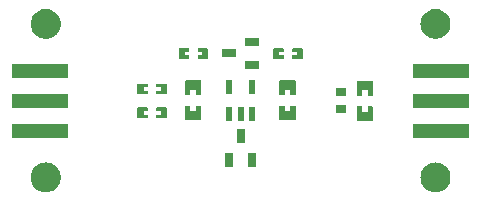
<source format=gtp>
G04 Layer: TopPasteMaskLayer*
G04 EasyEDA v6.5.42, 2024-03-17 15:56:58*
G04 633bbcd927b44838993661e05d2ec2ea,9a5be75d700b4a6385dc1106f27949ae,10*
G04 Gerber Generator version 0.2*
G04 Scale: 100 percent, Rotated: No, Reflected: No *
G04 Dimensions in millimeters *
G04 leading zeros omitted , absolute positions ,4 integer and 5 decimal *
%FSLAX45Y45*%
%MOMM*%

%ADD10R,0.9000X0.8000*%
%ADD11R,0.7000X1.2500*%
%ADD12R,1.2500X0.7000*%
%ADD13R,0.4900X1.1570*%
%ADD14R,0.4900X1.1750*%
%ADD15R,4.8000X1.2000*%

%LPD*%
G36*
X2988005Y-832510D02*
G01*
X2982976Y-837488D01*
X2982976Y-952500D01*
X2988005Y-957478D01*
X3030016Y-957021D01*
X3030016Y-912977D01*
X3074974Y-912977D01*
X3074974Y-957986D01*
X3115970Y-957478D01*
X3120999Y-952500D01*
X3120999Y-837488D01*
X3115970Y-832510D01*
G37*
G36*
X2988005Y-1047496D02*
G01*
X2982976Y-1052474D01*
X2982976Y-1167485D01*
X2988005Y-1172514D01*
X3115970Y-1172514D01*
X3120999Y-1167485D01*
X3120999Y-1052474D01*
X3115970Y-1047496D01*
X3074974Y-1048003D01*
X3074974Y-1091996D01*
X3030016Y-1091996D01*
X3030016Y-1047496D01*
G37*
G36*
X1575003Y-1042009D02*
G01*
X1534007Y-1042517D01*
X1528978Y-1047496D01*
X1528978Y-1162507D01*
X1534007Y-1167485D01*
X1661972Y-1167485D01*
X1667002Y-1162507D01*
X1667002Y-1047496D01*
X1661972Y-1042517D01*
X1620012Y-1042974D01*
X1620012Y-1087018D01*
X1575003Y-1087018D01*
G37*
G36*
X1534007Y-827481D02*
G01*
X1528978Y-832510D01*
X1528978Y-947521D01*
X1534007Y-952500D01*
X1575003Y-951992D01*
X1575003Y-907999D01*
X1620012Y-907999D01*
X1620012Y-952500D01*
X1661972Y-952500D01*
X1667002Y-947521D01*
X1667002Y-832510D01*
X1661972Y-827481D01*
G37*
G36*
X2375001Y-1042009D02*
G01*
X2334006Y-1042517D01*
X2328976Y-1047496D01*
X2328976Y-1162507D01*
X2334006Y-1167485D01*
X2461971Y-1167485D01*
X2467000Y-1162507D01*
X2467000Y-1047496D01*
X2461971Y-1042517D01*
X2420010Y-1042974D01*
X2420010Y-1087018D01*
X2375001Y-1087018D01*
G37*
G36*
X2334006Y-827481D02*
G01*
X2328976Y-832510D01*
X2328976Y-947521D01*
X2334006Y-952500D01*
X2375001Y-951992D01*
X2375001Y-907999D01*
X2420010Y-907999D01*
X2420010Y-952500D01*
X2461971Y-952500D01*
X2467000Y-947521D01*
X2467000Y-832510D01*
X2461971Y-827481D01*
G37*
G36*
X1130503Y-1055014D02*
G01*
X1125524Y-1060043D01*
X1125524Y-1140002D01*
X1130503Y-1145032D01*
X1210513Y-1145032D01*
X1215491Y-1140002D01*
X1215491Y-1117244D01*
X1178509Y-1117244D01*
X1178509Y-1084224D01*
X1215491Y-1084224D01*
X1215491Y-1060043D01*
X1210513Y-1055014D01*
G37*
G36*
X1290523Y-1055014D02*
G01*
X1285494Y-1060043D01*
X1285494Y-1084224D01*
X1323492Y-1084224D01*
X1323492Y-1117244D01*
X1285494Y-1117244D01*
X1285494Y-1140002D01*
X1290523Y-1145032D01*
X1369517Y-1145032D01*
X1374495Y-1140002D01*
X1374495Y-1060043D01*
X1369517Y-1055014D01*
G37*
G36*
X1130503Y-855014D02*
G01*
X1125524Y-860044D01*
X1125524Y-940003D01*
X1130503Y-945032D01*
X1210513Y-945032D01*
X1215491Y-940003D01*
X1215491Y-917244D01*
X1178509Y-917244D01*
X1178509Y-884224D01*
X1215491Y-884224D01*
X1215491Y-860044D01*
X1210513Y-855014D01*
G37*
G36*
X1290523Y-855014D02*
G01*
X1285494Y-860044D01*
X1285494Y-884224D01*
X1323492Y-884224D01*
X1323492Y-917244D01*
X1285494Y-917244D01*
X1285494Y-940003D01*
X1290523Y-945032D01*
X1369517Y-945032D01*
X1374495Y-940003D01*
X1374495Y-860044D01*
X1369517Y-855014D01*
G37*
G36*
X1480515Y-554990D02*
G01*
X1475486Y-560019D01*
X1475486Y-639978D01*
X1480515Y-645007D01*
X1560474Y-645007D01*
X1565503Y-639978D01*
X1565503Y-617220D01*
X1528521Y-617220D01*
X1528521Y-584200D01*
X1565503Y-584200D01*
X1565503Y-560019D01*
X1560474Y-554990D01*
G37*
G36*
X1640484Y-554990D02*
G01*
X1635506Y-560019D01*
X1635506Y-584200D01*
X1673504Y-584200D01*
X1673504Y-617220D01*
X1635506Y-617220D01*
X1635506Y-639978D01*
X1640484Y-645007D01*
X1719478Y-645007D01*
X1724507Y-639978D01*
X1724507Y-560019D01*
X1719478Y-554990D01*
G37*
G36*
X2280513Y-554990D02*
G01*
X2275484Y-560019D01*
X2275484Y-639978D01*
X2280513Y-645007D01*
X2360472Y-645007D01*
X2365502Y-639978D01*
X2365502Y-617220D01*
X2328468Y-617220D01*
X2328468Y-584200D01*
X2365502Y-584200D01*
X2365502Y-560019D01*
X2360472Y-554990D01*
G37*
G36*
X2440482Y-554990D02*
G01*
X2435504Y-560019D01*
X2435504Y-584200D01*
X2473502Y-584200D01*
X2473502Y-617220D01*
X2435504Y-617220D01*
X2435504Y-639978D01*
X2440482Y-645007D01*
X2519476Y-645007D01*
X2524506Y-639978D01*
X2524506Y-560019D01*
X2519476Y-554990D01*
G37*
D10*
G01*
X2850006Y-1070000D03*
G01*
X2850006Y-929995D03*
G36*
X223012Y-1650009D02*
G01*
X223926Y-1634693D01*
X226695Y-1619605D01*
X231267Y-1604975D01*
X237566Y-1590979D01*
X245490Y-1577873D01*
X254939Y-1565782D01*
X265785Y-1554937D01*
X277876Y-1545488D01*
X290982Y-1537563D01*
X304977Y-1531264D01*
X319608Y-1526692D01*
X334695Y-1523923D01*
X350012Y-1523009D01*
X365328Y-1523923D01*
X380415Y-1526692D01*
X395046Y-1531264D01*
X409041Y-1537563D01*
X422147Y-1545488D01*
X434238Y-1554937D01*
X445084Y-1565782D01*
X454532Y-1577873D01*
X462457Y-1590979D01*
X468756Y-1604975D01*
X473329Y-1619605D01*
X476097Y-1634693D01*
X477012Y-1650009D01*
X476097Y-1665325D01*
X473329Y-1680413D01*
X468756Y-1695043D01*
X462457Y-1709038D01*
X454532Y-1722145D01*
X445084Y-1734235D01*
X434238Y-1745081D01*
X422147Y-1754530D01*
X409041Y-1762455D01*
X395046Y-1768754D01*
X380415Y-1773326D01*
X365328Y-1776095D01*
X350012Y-1777009D01*
X334695Y-1776095D01*
X319608Y-1773326D01*
X304977Y-1768754D01*
X290982Y-1762455D01*
X277876Y-1754530D01*
X265785Y-1745081D01*
X254939Y-1734235D01*
X245490Y-1722145D01*
X237566Y-1709038D01*
X231267Y-1695043D01*
X226695Y-1680413D01*
X223926Y-1665325D01*
X223012Y-1650009D01*
G37*
G36*
X3523005Y-1650009D02*
G01*
X3523919Y-1634693D01*
X3526688Y-1619605D01*
X3531234Y-1604975D01*
X3537559Y-1590979D01*
X3545484Y-1577873D01*
X3554933Y-1565782D01*
X3565779Y-1554937D01*
X3577869Y-1545488D01*
X3590975Y-1537563D01*
X3604971Y-1531264D01*
X3619601Y-1526692D01*
X3634689Y-1523923D01*
X3650005Y-1523009D01*
X3665321Y-1523923D01*
X3680409Y-1526692D01*
X3695039Y-1531264D01*
X3709034Y-1537563D01*
X3722141Y-1545488D01*
X3734206Y-1554937D01*
X3745077Y-1565782D01*
X3754500Y-1577873D01*
X3762425Y-1590979D01*
X3768750Y-1604975D01*
X3773322Y-1619605D01*
X3776090Y-1634693D01*
X3777005Y-1650009D01*
X3776090Y-1665325D01*
X3773322Y-1680413D01*
X3768750Y-1695043D01*
X3762425Y-1709038D01*
X3754500Y-1722145D01*
X3745077Y-1734235D01*
X3734206Y-1745081D01*
X3722141Y-1754530D01*
X3709034Y-1762455D01*
X3695039Y-1768754D01*
X3680409Y-1773326D01*
X3665321Y-1776095D01*
X3650005Y-1777009D01*
X3634689Y-1776095D01*
X3619601Y-1773326D01*
X3604971Y-1768754D01*
X3590975Y-1762455D01*
X3577869Y-1754530D01*
X3565779Y-1745081D01*
X3554933Y-1734235D01*
X3545484Y-1722145D01*
X3537559Y-1709038D01*
X3531234Y-1695043D01*
X3526688Y-1680413D01*
X3523919Y-1665325D01*
X3523005Y-1650009D01*
G37*
G36*
X223012Y-350012D02*
G01*
X223926Y-334695D01*
X226695Y-319608D01*
X231267Y-304977D01*
X237566Y-290982D01*
X245490Y-277876D01*
X254939Y-265785D01*
X265785Y-254939D01*
X277876Y-245490D01*
X290982Y-237566D01*
X304977Y-231267D01*
X319608Y-226695D01*
X334695Y-223926D01*
X350012Y-223012D01*
X365328Y-223926D01*
X380415Y-226695D01*
X395046Y-231267D01*
X409041Y-237566D01*
X422147Y-245490D01*
X434238Y-254939D01*
X445084Y-265785D01*
X454532Y-277876D01*
X462457Y-290982D01*
X468756Y-304977D01*
X473329Y-319608D01*
X476097Y-334695D01*
X477012Y-350012D01*
X476097Y-365328D01*
X473329Y-380415D01*
X468756Y-395046D01*
X462457Y-409041D01*
X454532Y-422147D01*
X445084Y-434238D01*
X434238Y-445084D01*
X422147Y-454532D01*
X409041Y-462457D01*
X395046Y-468756D01*
X380415Y-473329D01*
X365328Y-476097D01*
X350012Y-477012D01*
X334695Y-476097D01*
X319608Y-473329D01*
X304977Y-468756D01*
X290982Y-462457D01*
X277876Y-454532D01*
X265785Y-445084D01*
X254939Y-434238D01*
X245490Y-422147D01*
X237566Y-409041D01*
X231267Y-395046D01*
X226695Y-380415D01*
X223926Y-365328D01*
X223012Y-350012D01*
G37*
G36*
X3523005Y-350012D02*
G01*
X3523919Y-334695D01*
X3526688Y-319608D01*
X3531234Y-304977D01*
X3537559Y-290982D01*
X3545484Y-277876D01*
X3554933Y-265785D01*
X3565779Y-254939D01*
X3577869Y-245490D01*
X3590975Y-237566D01*
X3604971Y-231267D01*
X3619601Y-226695D01*
X3634689Y-223926D01*
X3650005Y-223012D01*
X3665321Y-223926D01*
X3680409Y-226695D01*
X3695039Y-231267D01*
X3709034Y-237566D01*
X3722141Y-245490D01*
X3734206Y-254939D01*
X3745077Y-265785D01*
X3754500Y-277876D01*
X3762425Y-290982D01*
X3768750Y-304977D01*
X3773322Y-319608D01*
X3776090Y-334695D01*
X3777005Y-350012D01*
X3776090Y-365328D01*
X3773322Y-380415D01*
X3768750Y-395046D01*
X3762425Y-409041D01*
X3754500Y-422147D01*
X3745077Y-434238D01*
X3734206Y-445084D01*
X3722141Y-454532D01*
X3709034Y-462457D01*
X3695039Y-468756D01*
X3680409Y-473329D01*
X3665321Y-476097D01*
X3650005Y-477012D01*
X3634689Y-476097D01*
X3619601Y-473329D01*
X3604971Y-468756D01*
X3590975Y-462457D01*
X3577869Y-454532D01*
X3565779Y-445084D01*
X3554933Y-434238D01*
X3545484Y-422147D01*
X3537559Y-409041D01*
X3531234Y-395046D01*
X3526688Y-380415D01*
X3523919Y-365328D01*
X3523005Y-350012D01*
G37*
D11*
G01*
X1905000Y-1499996D03*
G01*
X2094991Y-1499996D03*
G01*
X1999995Y-1299997D03*
D12*
G01*
X2099995Y-694994D03*
G01*
X2099995Y-505002D03*
G01*
X1899996Y-599998D03*
D13*
G01*
X1905000Y-1115364D03*
G01*
X1999995Y-1115364D03*
G01*
X2094991Y-1115364D03*
D14*
G01*
X2094991Y-884631D03*
G01*
X1905000Y-884631D03*
D15*
G01*
X299999Y-745007D03*
G01*
X299999Y-1255013D03*
G01*
X299999Y-999997D03*
G01*
X3699992Y-1254988D03*
G01*
X3699992Y-744981D03*
G01*
X3699992Y-999997D03*
M02*

</source>
